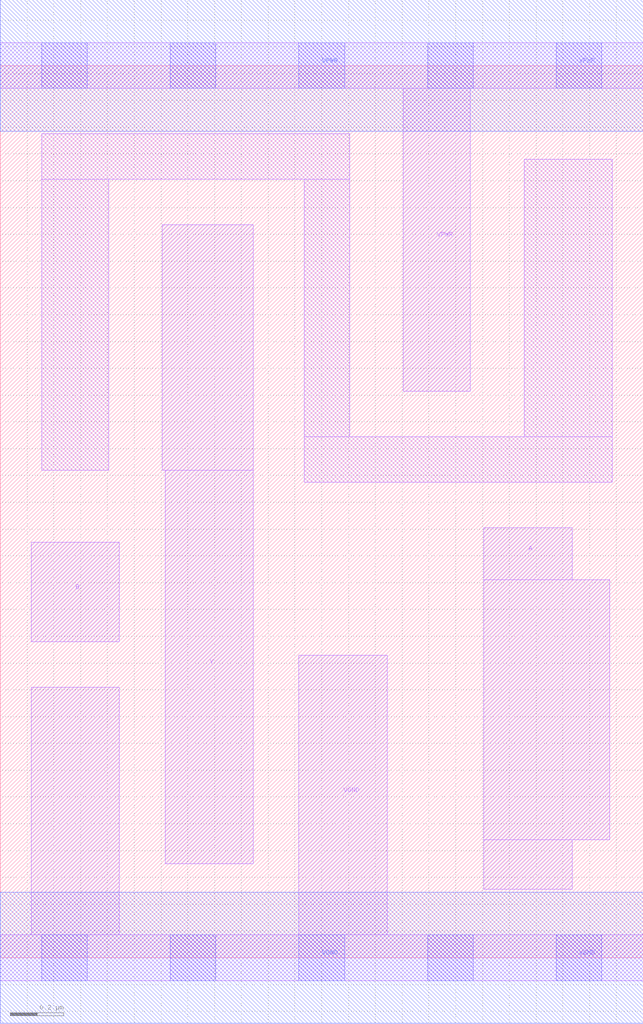
<source format=lef>
# Copyright 2020 The SkyWater PDK Authors
#
# Licensed under the Apache License, Version 2.0 (the "License");
# you may not use this file except in compliance with the License.
# You may obtain a copy of the License at
#
#     https://www.apache.org/licenses/LICENSE-2.0
#
# Unless required by applicable law or agreed to in writing, software
# distributed under the License is distributed on an "AS IS" BASIS,
# WITHOUT WARRANTIES OR CONDITIONS OF ANY KIND, either express or implied.
# See the License for the specific language governing permissions and
# limitations under the License.
#
# SPDX-License-Identifier: Apache-2.0

VERSION 5.7 ;
  NAMESCASESENSITIVE ON ;
  NOWIREEXTENSIONATPIN ON ;
  DIVIDERCHAR "/" ;
  BUSBITCHARS "[]" ;
UNITS
  DATABASE MICRONS 200 ;
END UNITS
MACRO sky130_fd_sc_ls__nor2_2
  CLASS CORE ;
  SOURCE USER ;
  FOREIGN sky130_fd_sc_ls__nor2_2 ;
  ORIGIN  0.000000  0.000000 ;
  SIZE  2.400000 BY  3.330000 ;
  SYMMETRY X Y ;
  SITE unit ;
  PIN A
    ANTENNAGATEAREA  0.447000 ;
    DIRECTION INPUT ;
    USE SIGNAL ;
    PORT
      LAYER li1 ;
        RECT 1.805000 0.255000 2.135000 0.440000 ;
        RECT 1.805000 0.440000 2.275000 1.410000 ;
        RECT 1.805000 1.410000 2.135000 1.605000 ;
    END
  END A
  PIN B
    ANTENNAGATEAREA  0.447000 ;
    DIRECTION INPUT ;
    USE SIGNAL ;
    PORT
      LAYER li1 ;
        RECT 0.115000 1.180000 0.445000 1.550000 ;
    END
  END B
  PIN Y
    ANTENNADIFFAREA  0.543200 ;
    DIRECTION OUTPUT ;
    USE SIGNAL ;
    PORT
      LAYER li1 ;
        RECT 0.605000 1.820000 0.945000 2.735000 ;
        RECT 0.615000 0.350000 0.945000 1.820000 ;
    END
  END Y
  PIN VGND
    DIRECTION INOUT ;
    SHAPE ABUTMENT ;
    USE GROUND ;
    PORT
      LAYER li1 ;
        RECT 0.000000 -0.085000 2.400000 0.085000 ;
        RECT 0.115000  0.085000 0.445000 1.010000 ;
        RECT 1.115000  0.085000 1.445000 1.130000 ;
      LAYER mcon ;
        RECT 0.155000 -0.085000 0.325000 0.085000 ;
        RECT 0.635000 -0.085000 0.805000 0.085000 ;
        RECT 1.115000 -0.085000 1.285000 0.085000 ;
        RECT 1.595000 -0.085000 1.765000 0.085000 ;
        RECT 2.075000 -0.085000 2.245000 0.085000 ;
      LAYER met1 ;
        RECT 0.000000 -0.245000 2.400000 0.245000 ;
    END
  END VGND
  PIN VPWR
    DIRECTION INOUT ;
    SHAPE ABUTMENT ;
    USE POWER ;
    PORT
      LAYER li1 ;
        RECT 0.000000 3.245000 2.400000 3.415000 ;
        RECT 1.505000 2.115000 1.755000 3.245000 ;
      LAYER mcon ;
        RECT 0.155000 3.245000 0.325000 3.415000 ;
        RECT 0.635000 3.245000 0.805000 3.415000 ;
        RECT 1.115000 3.245000 1.285000 3.415000 ;
        RECT 1.595000 3.245000 1.765000 3.415000 ;
        RECT 2.075000 3.245000 2.245000 3.415000 ;
      LAYER met1 ;
        RECT 0.000000 3.085000 2.400000 3.575000 ;
    END
  END VPWR
  OBS
    LAYER li1 ;
      RECT 0.155000 1.820000 0.405000 2.905000 ;
      RECT 0.155000 2.905000 1.305000 3.075000 ;
      RECT 1.135000 1.775000 2.285000 1.945000 ;
      RECT 1.135000 1.945000 1.305000 2.905000 ;
      RECT 1.955000 1.945000 2.285000 2.980000 ;
  END
END sky130_fd_sc_ls__nor2_2

</source>
